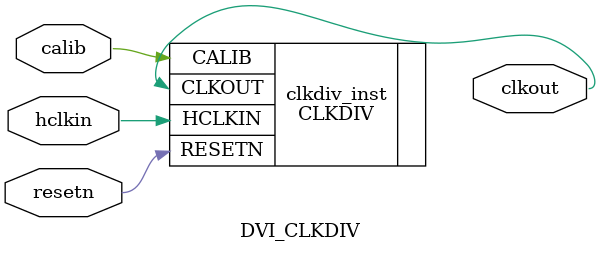
<source format=v>
module DVI_CLKDIV (clkout, hclkin, resetn, calib);

output  clkout;
input  hclkin;
input  resetn;
input  calib;

CLKDIV clkdiv_inst (
    .CLKOUT(clkout),
    .HCLKIN(hclkin),
    .RESETN(resetn),
    .CALIB(calib)
);

defparam clkdiv_inst.DIV_MODE = "5";
//defparam clkdiv_inst.GSREN = "false";

endmodule

</source>
